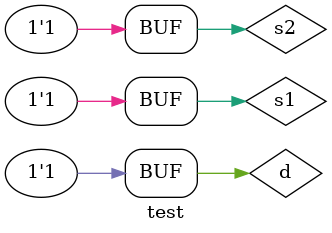
<source format=v>
module four(s1,s2,d,y0,y1,y2,y3);
input s1,s2,d;
output y0,y1,y2,y3;
wire sb1,sb2;

assign sb1=~s1;
assign sb2=~s2;

assign y0=sb1 & sb2 & d;
assign y1=sb1 & s2 & d;
assign y2=s1 & sb2 & d;
assign y3=s1 & s2 & d;

endmodule

module test;
reg s1,s2,d;
wire y0,y1,y2,y3;

four i(s1,s2,d,y0,y1,y2,y3);
initial
begin
    s1=1'b0; s2=1'b0; d=1'b0;
    $monitor("time=%0t s1=%b s2=%b d=%b y3=%b y2=%b y1=%b y0=%b", $time, s1,s2,d,y3,y2,y1,y0 );
    #5 s1=1'b0; s2=1'b0; d=1'b0;
    #5 s1=1'b0; s2=1'b0; d=1'b1;
    #5 s1=1'b0; s2=1'b1; d=1'b0;
    #5 s1=1'b0; s2=1'b1; d=1'b1;
    #5 s1=1'b1; s2=1'b0; d=1'b0;
    #5 s1=1'b1; s2=1'b0; d=1'b1;
    #5 s1=1'b1; s2=1'b1; d=1'b0;
    #5 s1=1'b1; s2=1'b1; d=1'b1;
end 
endmodule
    


</source>
